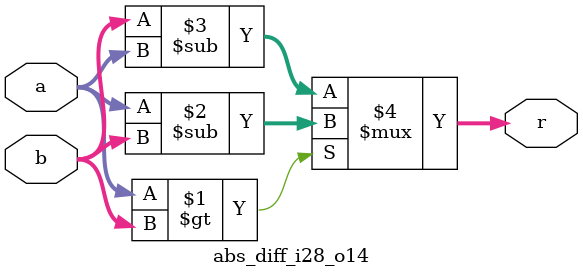
<source format=v>
module abs_diff_i28_o14(a,b,r);
input [13:0] a,b;
output [13:0] r;

assign r = (a>b) ? (a-b) : (b-a);

endmodule

</source>
